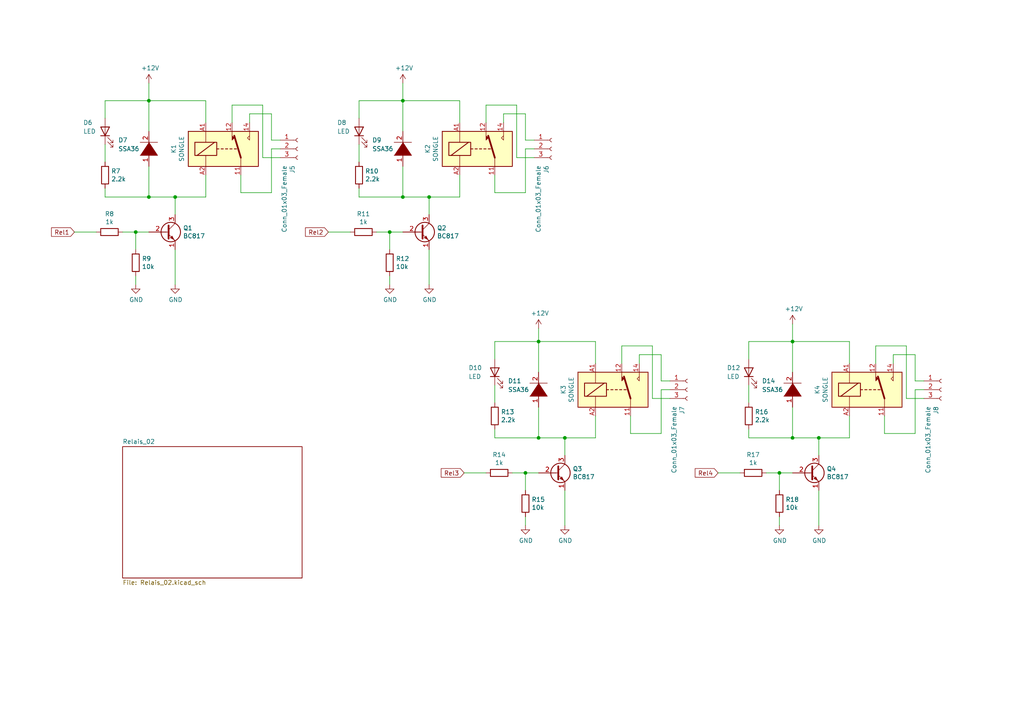
<source format=kicad_sch>
(kicad_sch (version 20211123) (generator eeschema)
  (paper "A4")
  (lib_symbols
    (symbol "Connector:Conn_01x03_Female" (pin_names (offset 1.016) hide)
      (property "Reference" "J" (at 0 5.08 0))
      (property "Value" "Conn_01x03_Female" (at 0 -5.08 0))
      (symbol "Conn_01x03_Female_1_1"
        (arc (start 0 -2.032) (mid -0.508 -2.54) (end 0 -3.048) (stroke (width 0.1524)))
        (polyline (pts (xy -1.27 -2.54) (xy -0.508 -2.54)) (stroke (width 0.1524)))
        (polyline (pts (xy -1.27 0) (xy -0.508 0)) (stroke (width 0.1524)))
        (polyline (pts (xy -1.27 2.54) (xy -0.508 2.54)) (stroke (width 0.1524)))
        (arc (start 0 0.508) (mid -0.508 0) (end 0 -0.508) (stroke (width 0.1524)))
        (arc (start 0 3.048) (mid -0.508 2.54) (end 0 2.032) (stroke (width 0.1524)))
        (pin passive line (at -5.08 2.54 0) (length 3.81) (name "Pin_1") (number "1"))
        (pin passive line (at -5.08 0 0) (length 3.81) (name "Pin_2") (number "2"))
        (pin passive line (at -5.08 -2.54 0) (length 3.81) (name "Pin_3") (number "3"))
      )
    )
    (symbol "Device:LED" (pin_numbers hide) (pin_names (offset 1.016) hide)
      (property "Reference" "D" (at 0 2.54 0))
      (property "Value" "LED" (at 0 -2.54 0))
      (symbol "LED_0_1"
        (polyline (pts (xy -1.27 -1.27) (xy -1.27 1.27)) (stroke (width 0.254)))
        (polyline (pts (xy -1.27 0) (xy 1.27 0)))
        (polyline (pts (xy 1.27 -1.27) (xy 1.27 1.27) (xy -1.27 0) (xy 1.27 -1.27)) (stroke (width 0.254)))
        (polyline (pts (xy -3.048 -0.762) (xy -4.572 -2.286) (xy -3.81 -2.286) (xy -4.572 -2.286) (xy -4.572 -1.524)))
        (polyline (pts (xy -1.778 -0.762) (xy -3.302 -2.286) (xy -2.54 -2.286) (xy -3.302 -2.286) (xy -3.302 -1.524)))
      )
      (symbol "LED_1_1"
        (pin passive line (at -3.81 0 0) (length 2.54) (name "K") (number "1"))
        (pin passive line (at 3.81 0 180) (length 2.54) (name "A") (number "2"))
      )
    )
    (symbol "Device:R" (pin_numbers hide) (pin_names (offset 0))
      (property "Reference" "R" (at 2.032 0 90))
      (property "Value" "R" (at 0 0 90))
      (symbol "R_0_1"
        (rectangle (start -1.016 -2.54) (end 1.016 2.54) (stroke (width 0.254)))
      )
      (symbol "R_1_1"
        (pin passive line (at 0 3.81 270) (length 1.27) (name "~") (number "1"))
        (pin passive line (at 0 -3.81 90) (length 1.27) (name "~") (number "2"))
      )
    )
    (symbol "Relay:FINDER-40.11"
      (property "Reference" "K" (at 11.43 3.81 0))
      (property "Value" "FINDER-40.11" (at 11.43 1.27 0))
      (symbol "FINDER-40.11_0_0"
        (polyline (pts (xy 7.62 5.08) (xy 7.62 2.54) (xy 6.985 3.175) (xy 7.62 3.81)))
      )
      (symbol "FINDER-40.11_0_1"
        (rectangle (start -10.16 5.08) (end 10.16 -5.08) (stroke (width 0.254)) (fill (type background)))
        (rectangle (start -8.255 1.905) (end -1.905 -1.905) (stroke (width 0.254)))
        (polyline (pts (xy -7.62 -1.905) (xy -2.54 1.905)) (stroke (width 0.254)))
        (polyline (pts (xy -5.08 -5.08) (xy -5.08 -1.905)))
        (polyline (pts (xy -5.08 5.08) (xy -5.08 1.905)))
        (polyline (pts (xy -1.905 0) (xy -1.27 0)) (stroke (width 0.254)))
        (polyline (pts (xy -0.635 0) (xy 0 0)) (stroke (width 0.254)))
        (polyline (pts (xy 0.635 0) (xy 1.27 0)) (stroke (width 0.254)))
        (polyline (pts (xy 1.905 0) (xy 2.54 0)) (stroke (width 0.254)))
        (polyline (pts (xy 3.175 0) (xy 3.81 0)) (stroke (width 0.254)))
        (polyline (pts (xy 5.08 -2.54) (xy 3.175 3.81)) (stroke (width 0.508)))
        (polyline (pts (xy 5.08 -2.54) (xy 5.08 -5.08)))
        (polyline (pts (xy 2.54 5.08) (xy 2.54 2.54) (xy 3.175 3.175) (xy 2.54 3.81)) (fill (type outline)))
      )
      (symbol "FINDER-40.11_1_1"
        (pin passive line (at 5.08 -7.62 90) (length 2.54) (name "~") (number "11"))
        (pin passive line (at 2.54 7.62 270) (length 2.54) (name "~") (number "12"))
        (pin passive line (at 7.62 7.62 270) (length 2.54) (name "~") (number "14"))
        (pin passive line (at -5.08 7.62 270) (length 2.54) (name "~") (number "A1"))
        (pin passive line (at -5.08 -7.62 90) (length 2.54) (name "~") (number "A2"))
      )
    )
    (symbol "Transistor_BJT:PN2222A" (pin_names (offset 0) hide)
      (property "Reference" "Q" (at 5.08 1.905 0))
      (property "Value" "PN2222A" (at 5.08 0 0))
      (symbol "PN2222A_0_1"
        (polyline (pts (xy 0 0) (xy 0.635 0)))
        (polyline (pts (xy 2.54 -2.54) (xy 0.635 -0.635)))
        (polyline (pts (xy 2.54 2.54) (xy 0.635 0.635)))
        (polyline (pts (xy 0.635 1.905) (xy 0.635 -1.905) (xy 0.635 -1.905)) (stroke (width 0.508)))
        (polyline (pts (xy 2.413 -2.413) (xy 1.905 -1.905) (xy 1.905 -1.905)))
        (polyline (pts (xy 1.143 -1.651) (xy 1.651 -1.143) (xy 2.159 -2.159) (xy 1.143 -1.651) (xy 1.143 -1.651)) (fill (type outline)))
        (circle (center 1.27 0) (radius 2.8194) (stroke (width 0.254)))
      )
      (symbol "PN2222A_1_1"
        (pin passive line (at 2.54 -5.08 90) (length 2.54) (name "E") (number "1"))
        (pin input line (at -5.08 0 0) (length 5.08) (name "B") (number "2"))
        (pin passive line (at 2.54 5.08 270) (length 2.54) (name "C") (number "3"))
      )
    )
    (symbol "power:+12V" (power) (pin_names (offset 0))
      (property "Value" "+12V" (at 0 3.556 0))
      (symbol "+12V_0_1"
        (polyline (pts (xy -0.762 1.27) (xy 0 2.54)))
        (polyline (pts (xy 0 0) (xy 0 2.54)))
        (polyline (pts (xy 0 2.54) (xy 0.762 1.27)))
      )
      (symbol "+12V_1_1"
        (pin power_in line (at 0 0 90) (length 0) hide (name "+12V") (number "1"))
      )
    )
    (symbol "power:GND" (power) (pin_names (offset 0))
      (property "Value" "GND" (at 0 -3.81 0))
      (symbol "GND_0_1"
        (polyline (pts (xy 0 0) (xy 0 -1.27) (xy 1.27 -1.27) (xy 0 -2.54) (xy -1.27 -1.27) (xy 0 -1.27)))
      )
      (symbol "GND_1_1"
        (pin power_in line (at 0 0 270) (length 0) hide (name "GND") (number "1"))
      )
    )
    (symbol "pspice:DIODE" (pin_names (offset 1.016) hide)
      (property "Reference" "D" (at 0 3.81 0))
      (property "Value" "DIODE" (at 0 -4.445 0))
      (symbol "DIODE_0_1"
        (polyline (pts (xy 1.905 2.54) (xy 1.905 -2.54)))
        (polyline (pts (xy -1.905 2.54) (xy -1.905 -2.54) (xy 1.905 0)) (fill (type outline)))
      )
      (symbol "DIODE_1_1"
        (pin input line (at -5.08 0 0) (length 3.81) (name "K") (number "1"))
        (pin input line (at 5.08 0 180) (length 3.81) (name "A") (number "2"))
      )
    )
  )
  (junction (at 237.49 127))
  (junction (at 163.83 127))
  (junction (at 229.87 99.06))
  (junction (at 226.06 137.16))
  (junction (at 229.87 127))
  (junction (at 156.21 127))
  (junction (at 152.4 137.16))
  (junction (at 116.84 57.15))
  (junction (at 113.03 67.31))
  (junction (at 43.18 29.21))
  (junction (at 156.21 99.06))
  (junction (at 116.84 29.21))
  (junction (at 124.46 57.15))
  (junction (at 50.8 57.15))
  (junction (at 39.37 67.31))
  (junction (at 43.18 57.15))
  (wire (pts (xy 69.85 55.88) (xy 78.74 55.88)))
  (wire (pts (xy 39.37 72.39) (xy 39.37 67.31)))
  (wire (pts (xy 109.22 67.31) (xy 113.03 67.31)))
  (wire (pts (xy 229.87 99.06) (xy 229.87 107.95)))
  (wire (pts (xy 229.87 93.98) (xy 229.87 99.06)))
  (wire (pts (xy 59.69 50.8) (xy 59.69 57.15)))
  (wire (pts (xy 133.35 35.56) (xy 133.35 29.21)))
  (wire (pts (xy 143.51 127) (xy 156.21 127)))
  (wire (pts (xy 189.23 100.33) (xy 180.34 100.33)))
  (wire (pts (xy 217.17 124.46) (xy 217.17 127)))
  (wire (pts (xy 152.4 149.86) (xy 152.4 152.4)))
  (wire (pts (xy 30.48 57.15) (xy 43.18 57.15)))
  (wire (pts (xy 95.25 67.31) (xy 101.6 67.31)))
  (wire (pts (xy 156.21 127) (xy 163.83 127)))
  (wire (pts (xy 185.42 102.87) (xy 185.42 105.41)))
  (wire (pts (xy 222.25 137.16) (xy 226.06 137.16)))
  (wire (pts (xy 43.18 29.21) (xy 59.69 29.21)))
  (wire (pts (xy 30.48 54.61) (xy 30.48 57.15)))
  (wire (pts (xy 148.59 137.16) (xy 152.4 137.16)))
  (wire (pts (xy 152.4 137.16) (xy 156.21 137.16)))
  (wire (pts (xy 265.43 102.87) (xy 265.43 110.49)))
  (wire (pts (xy 104.14 29.21) (xy 116.84 29.21)))
  (wire (pts (xy 30.48 41.91) (xy 30.48 46.99)))
  (wire (pts (xy 59.69 35.56) (xy 59.69 29.21)))
  (wire (pts (xy 113.03 67.31) (xy 116.84 67.31)))
  (wire (pts (xy 191.77 125.73) (xy 191.77 113.03)))
  (wire (pts (xy 143.51 124.46) (xy 143.51 127)))
  (wire (pts (xy 194.31 115.57) (xy 189.23 115.57)))
  (wire (pts (xy 78.74 33.02) (xy 72.39 33.02)))
  (wire (pts (xy 194.31 110.49) (xy 191.77 110.49)))
  (wire (pts (xy 254 100.33) (xy 254 105.41)))
  (wire (pts (xy 237.49 142.24) (xy 237.49 152.4)))
  (wire (pts (xy 116.84 57.15) (xy 116.84 48.26)))
  (wire (pts (xy 81.28 40.64) (xy 78.74 40.64)))
  (wire (pts (xy 39.37 80.01) (xy 39.37 82.55)))
  (wire (pts (xy 262.89 115.57) (xy 262.89 100.33)))
  (wire (pts (xy 134.62 137.16) (xy 140.97 137.16)))
  (wire (pts (xy 104.14 41.91) (xy 104.14 46.99)))
  (wire (pts (xy 124.46 72.39) (xy 124.46 82.55)))
  (wire (pts (xy 72.39 33.02) (xy 72.39 35.56)))
  (wire (pts (xy 67.31 30.48) (xy 67.31 35.56)))
  (wire (pts (xy 229.87 99.06) (xy 246.38 99.06)))
  (wire (pts (xy 191.77 102.87) (xy 185.42 102.87)))
  (wire (pts (xy 124.46 62.23) (xy 124.46 57.15)))
  (wire (pts (xy 69.85 50.8) (xy 69.85 55.88)))
  (wire (pts (xy 116.84 24.13) (xy 116.84 29.21)))
  (wire (pts (xy 172.72 105.41) (xy 172.72 99.06)))
  (wire (pts (xy 113.03 80.01) (xy 113.03 82.55)))
  (wire (pts (xy 152.4 142.24) (xy 152.4 137.16)))
  (wire (pts (xy 152.4 43.18) (xy 154.94 43.18)))
  (wire (pts (xy 191.77 102.87) (xy 191.77 110.49)))
  (wire (pts (xy 78.74 55.88) (xy 78.74 43.18)))
  (wire (pts (xy 149.86 45.72) (xy 149.86 30.48)))
  (wire (pts (xy 156.21 99.06) (xy 172.72 99.06)))
  (wire (pts (xy 217.17 127) (xy 229.87 127)))
  (wire (pts (xy 180.34 100.33) (xy 180.34 105.41)))
  (wire (pts (xy 163.83 132.08) (xy 163.83 127)))
  (wire (pts (xy 156.21 99.06) (xy 156.21 107.95)))
  (wire (pts (xy 208.28 137.16) (xy 214.63 137.16)))
  (wire (pts (xy 143.51 111.76) (xy 143.51 116.84)))
  (wire (pts (xy 229.87 127) (xy 237.49 127)))
  (wire (pts (xy 133.35 57.15) (xy 124.46 57.15)))
  (wire (pts (xy 217.17 99.06) (xy 229.87 99.06)))
  (wire (pts (xy 152.4 33.02) (xy 152.4 40.64)))
  (wire (pts (xy 154.94 45.72) (xy 149.86 45.72)))
  (wire (pts (xy 152.4 55.88) (xy 152.4 43.18)))
  (wire (pts (xy 172.72 127) (xy 163.83 127)))
  (wire (pts (xy 116.84 29.21) (xy 116.84 38.1)))
  (wire (pts (xy 267.97 115.57) (xy 262.89 115.57)))
  (wire (pts (xy 256.54 120.65) (xy 256.54 125.73)))
  (wire (pts (xy 43.18 29.21) (xy 43.18 38.1)))
  (wire (pts (xy 35.56 67.31) (xy 39.37 67.31)))
  (wire (pts (xy 104.14 57.15) (xy 116.84 57.15)))
  (wire (pts (xy 30.48 29.21) (xy 43.18 29.21)))
  (wire (pts (xy 154.94 40.64) (xy 152.4 40.64)))
  (wire (pts (xy 21.59 67.31) (xy 27.94 67.31)))
  (wire (pts (xy 265.43 113.03) (xy 267.97 113.03)))
  (wire (pts (xy 39.37 67.31) (xy 43.18 67.31)))
  (wire (pts (xy 113.03 72.39) (xy 113.03 67.31)))
  (wire (pts (xy 226.06 142.24) (xy 226.06 137.16)))
  (wire (pts (xy 163.83 142.24) (xy 163.83 152.4)))
  (wire (pts (xy 146.05 33.02) (xy 146.05 35.56)))
  (wire (pts (xy 116.84 57.15) (xy 124.46 57.15)))
  (wire (pts (xy 104.14 34.29) (xy 104.14 29.21)))
  (wire (pts (xy 172.72 120.65) (xy 172.72 127)))
  (wire (pts (xy 116.84 29.21) (xy 133.35 29.21)))
  (wire (pts (xy 143.51 99.06) (xy 156.21 99.06)))
  (wire (pts (xy 246.38 120.65) (xy 246.38 127)))
  (wire (pts (xy 246.38 127) (xy 237.49 127)))
  (wire (pts (xy 104.14 54.61) (xy 104.14 57.15)))
  (wire (pts (xy 267.97 110.49) (xy 265.43 110.49)))
  (wire (pts (xy 30.48 34.29) (xy 30.48 29.21)))
  (wire (pts (xy 50.8 62.23) (xy 50.8 57.15)))
  (wire (pts (xy 152.4 33.02) (xy 146.05 33.02)))
  (wire (pts (xy 265.43 125.73) (xy 265.43 113.03)))
  (wire (pts (xy 140.97 30.48) (xy 140.97 35.56)))
  (wire (pts (xy 143.51 50.8) (xy 143.51 55.88)))
  (wire (pts (xy 237.49 132.08) (xy 237.49 127)))
  (wire (pts (xy 217.17 111.76) (xy 217.17 116.84)))
  (wire (pts (xy 76.2 45.72) (xy 76.2 30.48)))
  (wire (pts (xy 259.08 102.87) (xy 259.08 105.41)))
  (wire (pts (xy 262.89 100.33) (xy 254 100.33)))
  (wire (pts (xy 81.28 45.72) (xy 76.2 45.72)))
  (wire (pts (xy 182.88 120.65) (xy 182.88 125.73)))
  (wire (pts (xy 43.18 24.13) (xy 43.18 29.21)))
  (wire (pts (xy 59.69 57.15) (xy 50.8 57.15)))
  (wire (pts (xy 189.23 115.57) (xy 189.23 100.33)))
  (wire (pts (xy 78.74 33.02) (xy 78.74 40.64)))
  (wire (pts (xy 78.74 43.18) (xy 81.28 43.18)))
  (wire (pts (xy 246.38 105.41) (xy 246.38 99.06)))
  (wire (pts (xy 143.51 104.14) (xy 143.51 99.06)))
  (wire (pts (xy 226.06 137.16) (xy 229.87 137.16)))
  (wire (pts (xy 229.87 127) (xy 229.87 118.11)))
  (wire (pts (xy 76.2 30.48) (xy 67.31 30.48)))
  (wire (pts (xy 217.17 104.14) (xy 217.17 99.06)))
  (wire (pts (xy 256.54 125.73) (xy 265.43 125.73)))
  (wire (pts (xy 133.35 50.8) (xy 133.35 57.15)))
  (wire (pts (xy 50.8 72.39) (xy 50.8 82.55)))
  (wire (pts (xy 156.21 95.25) (xy 156.21 99.06)))
  (wire (pts (xy 43.18 57.15) (xy 50.8 57.15)))
  (wire (pts (xy 182.88 125.73) (xy 191.77 125.73)))
  (wire (pts (xy 265.43 102.87) (xy 259.08 102.87)))
  (wire (pts (xy 156.21 127) (xy 156.21 118.11)))
  (wire (pts (xy 143.51 55.88) (xy 152.4 55.88)))
  (wire (pts (xy 43.18 57.15) (xy 43.18 48.26)))
  (wire (pts (xy 149.86 30.48) (xy 140.97 30.48)))
  (wire (pts (xy 226.06 149.86) (xy 226.06 152.4)))
  (wire (pts (xy 191.77 113.03) (xy 194.31 113.03)))
  (global_label "Rel2" (shape input) (at 95.25 67.31 180) (property "Intersheet References" "${INTERSHEET_REFS}" (effects hide)))
  (global_label "Rel3" (shape input) (at 134.62 137.16 180) (property "Intersheet References" "${INTERSHEET_REFS}" (effects hide)))
  (global_label "Rel1" (shape input) (at 21.59 67.31 180) (property "Intersheet References" "${INTERSHEET_REFS}" (effects hide)))
  (global_label "Rel4" (shape input) (at 208.28 137.16 180) (property "Intersheet References" "${INTERSHEET_REFS}" (effects hide)))
  (symbol (lib_id "Relay:FINDER-40.11") (at 64.77 43.18 0) (unit 1)
    (property "Reference" "K1" (at 50.3682 43.18 90))
    (property "Value" "SONGLE" (at 52.6796 43.18 90))
    (property "Footprint" "relays_perso:Relay_SRD_Series_Form_C" (effects hide))
    (property "Datasheet" "https://www.finder-relais.net/de/finder-relais-serie-40.pdf" (effects hide))
  )
  (symbol (lib_id "pspice:DIODE") (at 43.18 43.18 90) (unit 1)
    (property "Reference" "D7" (at 34.29 40.64 90) (effects (justify right)))
    (property "Value" "SSA36" (at 34.29 43.18 90) (effects (justify right)))
    (property "Footprint" "diodes_perso:D_SMB_SSA36-Handsoldering" (effects hide))
  )
  (symbol (lib_id "Transistor_BJT:PN2222A") (at 48.26 67.31 0) (unit 1)
    (property "Reference" "Q1" (at 53.086 66.1416 0) (effects (justify left)))
    (property "Value" "BC817" (at 53.086 68.453 0) (effects (justify left)))
    (property "Footprint" "packages_SO_perso:SOT-23.-BC817kicad_mod" (effects hide))
    (property "Datasheet" "https://www.onsemi.com/pub/Collateral/PN2222-D.PDF" (effects hide))
  )
  (symbol (lib_id "power:GND") (at 50.8 82.55 0) (unit 1)
    (property "Reference" "#PWR029" (effects hide))
    (property "Value" "GND" (at 50.927 86.9442 0))
  )
  (symbol (lib_id "Device:R") (at 31.75 67.31 270) (unit 1)
    (property "Reference" "R8" (at 31.75 62.0522 90))
    (property "Value" "1k" (at 31.75 64.3636 90))
    (property "Footprint" "Resistor_SMD:R_0805_2012Metric_Pad1.20x1.40mm_HandSolder" (effects hide))
  )
  (symbol (lib_id "Device:R") (at 39.37 76.2 180) (unit 1)
    (property "Reference" "R9" (at 41.148 75.0316 0) (effects (justify right)))
    (property "Value" "10k" (at 41.148 77.343 0) (effects (justify right)))
    (property "Footprint" "Resistor_SMD:R_0805_2012Metric_Pad1.20x1.40mm_HandSolder" (effects hide))
  )
  (symbol (lib_id "power:GND") (at 39.37 82.55 0) (unit 1)
    (property "Reference" "#PWR027" (effects hide))
    (property "Value" "GND" (at 39.497 86.9442 0))
  )
  (symbol (lib_id "Connector:Conn_01x03_Female") (at 86.36 43.18 0) (unit 1)
    (property "Reference" "J5" (at 84.7852 47.9552 90) (effects (justify right)))
    (property "Value" "Conn_01x03_Female" (at 82.4738 47.9552 90) (effects (justify right)))
    (property "Footprint" "connectors:conn-3pts-P5mm" (effects hide))
  )
  (symbol (lib_id "Device:LED") (at 30.48 38.1 90) (unit 1)
    (property "Reference" "D6" (at 24.13 35.56 90) (effects (justify right)))
    (property "Value" "LED" (at 24.13 38.1 90) (effects (justify right)))
    (property "Footprint" "Diode_SMD:D_0805_2012Metric_Pad1.15x1.40mm_HandSolder" (effects hide))
  )
  (symbol (lib_id "Device:R") (at 30.48 50.8 0) (unit 1)
    (property "Reference" "R7" (at 32.258 49.6316 0) (effects (justify left)))
    (property "Value" "2.2k" (at 32.258 51.943 0) (effects (justify left)))
    (property "Footprint" "Resistor_SMD:R_0805_2012Metric_Pad1.20x1.40mm_HandSolder" (effects hide))
  )
  (symbol (lib_id "pspice:DIODE") (at 116.84 43.18 90) (unit 1)
    (property "Reference" "D9" (at 107.95 40.64 90) (effects (justify right)))
    (property "Value" "SSA36" (at 107.95 43.18 90) (effects (justify right)))
    (property "Footprint" "diodes_perso:D_SMB_SSA36-Handsoldering" (effects hide))
  )
  (symbol (lib_id "Transistor_BJT:PN2222A") (at 121.92 67.31 0) (unit 1)
    (property "Reference" "Q2" (at 126.746 66.1416 0) (effects (justify left)))
    (property "Value" "BC817" (at 126.746 68.453 0) (effects (justify left)))
    (property "Footprint" "packages_SO_perso:SOT-23.-BC817kicad_mod" (effects hide))
    (property "Datasheet" "https://www.onsemi.com/pub/Collateral/PN2222-D.PDF" (effects hide))
  )
  (symbol (lib_id "power:GND") (at 124.46 82.55 0) (unit 1)
    (property "Reference" "#PWR032" (effects hide))
    (property "Value" "GND" (at 124.587 86.9442 0))
  )
  (symbol (lib_id "Device:R") (at 105.41 67.31 270) (unit 1)
    (property "Reference" "R11" (at 105.41 62.0522 90))
    (property "Value" "1k" (at 105.41 64.3636 90))
    (property "Footprint" "Resistor_SMD:R_0805_2012Metric_Pad1.20x1.40mm_HandSolder" (effects hide))
  )
  (symbol (lib_id "Device:R") (at 113.03 76.2 180) (unit 1)
    (property "Reference" "R12" (at 114.808 75.0316 0) (effects (justify right)))
    (property "Value" "10k" (at 114.808 77.343 0) (effects (justify right)))
    (property "Footprint" "Resistor_SMD:R_0805_2012Metric_Pad1.20x1.40mm_HandSolder" (effects hide))
  )
  (symbol (lib_id "power:GND") (at 113.03 82.55 0) (unit 1)
    (property "Reference" "#PWR030" (effects hide))
    (property "Value" "GND" (at 113.157 86.9442 0))
  )
  (symbol (lib_id "Connector:Conn_01x03_Female") (at 160.02 43.18 0) (unit 1)
    (property "Reference" "J6" (at 158.4452 47.9552 90) (effects (justify right)))
    (property "Value" "Conn_01x03_Female" (at 156.1338 47.9552 90) (effects (justify right)))
    (property "Footprint" "connectors:conn-3pts-P5mm" (effects hide))
  )
  (symbol (lib_id "Device:LED") (at 104.14 38.1 90) (unit 1)
    (property "Reference" "D8" (at 97.79 35.56 90) (effects (justify right)))
    (property "Value" "LED" (at 97.79 38.1 90) (effects (justify right)))
    (property "Footprint" "Diode_SMD:D_0805_2012Metric_Pad1.15x1.40mm_HandSolder" (effects hide))
  )
  (symbol (lib_id "Relay:FINDER-40.11") (at 138.43 43.18 0) (unit 1)
    (property "Reference" "K2" (at 124.0282 43.18 90))
    (property "Value" "SONGLE" (at 126.3396 43.18 90))
    (property "Footprint" "relays_perso:Relay_SRD_Series_Form_C" (effects hide))
    (property "Datasheet" "https://www.finder-relais.net/de/finder-relais-serie-40.pdf" (effects hide))
  )
  (symbol (lib_id "Device:R") (at 104.14 50.8 0) (unit 1)
    (property "Reference" "R10" (at 105.918 49.6316 0) (effects (justify left)))
    (property "Value" "2.2k" (at 105.918 51.943 0) (effects (justify left)))
    (property "Footprint" "Resistor_SMD:R_0805_2012Metric_Pad1.20x1.40mm_HandSolder" (effects hide))
  )
  (symbol (lib_id "pspice:DIODE") (at 156.21 113.03 90) (unit 1)
    (property "Reference" "D11" (at 147.32 110.49 90) (effects (justify right)))
    (property "Value" "SSA36" (at 147.32 113.03 90) (effects (justify right)))
    (property "Footprint" "diodes_perso:D_SMB_SSA36-Handsoldering" (effects hide))
  )
  (symbol (lib_id "Transistor_BJT:PN2222A") (at 161.29 137.16 0) (unit 1)
    (property "Reference" "Q3" (at 166.116 135.9916 0) (effects (justify left)))
    (property "Value" "BC817" (at 166.116 138.303 0) (effects (justify left)))
    (property "Footprint" "packages_SO_perso:SOT-23.-BC817kicad_mod" (effects hide))
    (property "Datasheet" "https://www.onsemi.com/pub/Collateral/PN2222-D.PDF" (effects hide))
  )
  (symbol (lib_id "power:GND") (at 163.83 152.4 0) (unit 1)
    (property "Reference" "#PWR035" (effects hide))
    (property "Value" "GND" (at 163.957 156.7942 0))
  )
  (symbol (lib_id "Device:R") (at 144.78 137.16 270) (unit 1)
    (property "Reference" "R14" (at 144.78 131.9022 90))
    (property "Value" "1k" (at 144.78 134.2136 90))
    (property "Footprint" "Resistor_SMD:R_0805_2012Metric_Pad1.20x1.40mm_HandSolder" (effects hide))
  )
  (symbol (lib_id "Device:R") (at 152.4 146.05 180) (unit 1)
    (property "Reference" "R15" (at 154.178 144.8816 0) (effects (justify right)))
    (property "Value" "10k" (at 154.178 147.193 0) (effects (justify right)))
    (property "Footprint" "Resistor_SMD:R_0805_2012Metric_Pad1.20x1.40mm_HandSolder" (effects hide))
  )
  (symbol (lib_id "power:GND") (at 152.4 152.4 0) (unit 1)
    (property "Reference" "#PWR033" (effects hide))
    (property "Value" "GND" (at 152.527 156.7942 0))
  )
  (symbol (lib_id "Connector:Conn_01x03_Female") (at 199.39 113.03 0) (unit 1)
    (property "Reference" "J7" (at 197.8152 117.8052 90) (effects (justify right)))
    (property "Value" "Conn_01x03_Female" (at 195.5038 117.8052 90) (effects (justify right)))
    (property "Footprint" "connectors:conn-3pts-P5mm" (effects hide))
  )
  (symbol (lib_id "Device:LED") (at 143.51 107.95 90) (unit 1)
    (property "Reference" "D10" (at 135.89 106.68 90) (effects (justify right)))
    (property "Value" "LED" (at 135.89 109.22 90) (effects (justify right)))
    (property "Footprint" "Diode_SMD:D_0805_2012Metric_Pad1.15x1.40mm_HandSolder" (effects hide))
  )
  (symbol (lib_id "Relay:FINDER-40.11") (at 177.8 113.03 0) (unit 1)
    (property "Reference" "K3" (at 163.3982 113.03 90))
    (property "Value" "SONGLE" (at 165.7096 113.03 90))
    (property "Footprint" "relays_perso:Relay_SRD_Series_Form_C" (effects hide))
    (property "Datasheet" "https://www.finder-relais.net/de/finder-relais-serie-40.pdf" (effects hide))
  )
  (symbol (lib_id "Device:R") (at 143.51 120.65 0) (unit 1)
    (property "Reference" "R13" (at 145.288 119.4816 0) (effects (justify left)))
    (property "Value" "2.2k" (at 145.288 121.793 0) (effects (justify left)))
    (property "Footprint" "Resistor_SMD:R_0805_2012Metric_Pad1.20x1.40mm_HandSolder" (effects hide))
  )
  (symbol (lib_id "pspice:DIODE") (at 229.87 113.03 90) (unit 1)
    (property "Reference" "D14" (at 220.98 110.49 90) (effects (justify right)))
    (property "Value" "SSA36" (at 220.98 113.03 90) (effects (justify right)))
    (property "Footprint" "Diode_SMD:D_SMB_Handsoldering" (effects hide))
  )
  (symbol (lib_id "Transistor_BJT:PN2222A") (at 234.95 137.16 0) (unit 1)
    (property "Reference" "Q4" (at 239.776 135.9916 0) (effects (justify left)))
    (property "Value" "BC817" (at 239.776 138.303 0) (effects (justify left)))
    (property "Footprint" "packages_SO_perso:SOT-23.-BC817kicad_mod" (effects hide))
    (property "Datasheet" "https://www.onsemi.com/pub/Collateral/PN2222-D.PDF" (effects hide))
  )
  (symbol (lib_id "power:GND") (at 237.49 152.4 0) (unit 1)
    (property "Reference" "#PWR038" (effects hide))
    (property "Value" "GND" (at 237.617 156.7942 0))
  )
  (symbol (lib_id "Device:R") (at 218.44 137.16 270) (unit 1)
    (property "Reference" "R17" (at 218.44 131.9022 90))
    (property "Value" "1k" (at 218.44 134.2136 90))
    (property "Footprint" "Resistor_SMD:R_0805_2012Metric_Pad1.20x1.40mm_HandSolder" (effects hide))
  )
  (symbol (lib_id "Device:R") (at 226.06 146.05 180) (unit 1)
    (property "Reference" "R18" (at 227.838 144.8816 0) (effects (justify right)))
    (property "Value" "10k" (at 227.838 147.193 0) (effects (justify right)))
    (property "Footprint" "Resistor_SMD:R_0805_2012Metric_Pad1.20x1.40mm_HandSolder" (effects hide))
  )
  (symbol (lib_id "power:GND") (at 226.06 152.4 0) (unit 1)
    (property "Reference" "#PWR036" (effects hide))
    (property "Value" "GND" (at 226.187 156.7942 0))
  )
  (symbol (lib_id "Connector:Conn_01x03_Female") (at 273.05 113.03 0) (unit 1)
    (property "Reference" "J8" (at 271.4752 117.8052 90) (effects (justify right)))
    (property "Value" "Conn_01x03_Female" (at 269.1638 117.8052 90) (effects (justify right)))
    (property "Footprint" "connectors:conn-3pts-P5mm" (effects hide))
  )
  (symbol (lib_id "Device:LED") (at 217.17 107.95 90) (unit 1)
    (property "Reference" "D12" (at 210.82 106.68 90) (effects (justify right)))
    (property "Value" "LED" (at 210.82 109.22 90) (effects (justify right)))
    (property "Footprint" "Diode_SMD:D_0805_2012Metric_Pad1.15x1.40mm_HandSolder" (effects hide))
  )
  (symbol (lib_id "Relay:FINDER-40.11") (at 251.46 113.03 0) (unit 1)
    (property "Reference" "K4" (at 237.0582 113.03 90))
    (property "Value" "SONGLE" (at 239.3696 113.03 90))
    (property "Footprint" "relays_perso:Relay_SRD_Series_Form_C" (effects hide))
    (property "Datasheet" "https://www.finder-relais.net/de/finder-relais-serie-40.pdf" (effects hide))
  )
  (symbol (lib_id "power:+12V") (at 43.18 24.13 0) (unit 1)
    (property "Reference" "#PWR028" (effects hide))
    (property "Value" "+12V" (at 43.561 19.7358 0))
  )
  (symbol (lib_id "power:+12V") (at 116.84 24.13 0) (unit 1)
    (property "Reference" "#PWR031" (effects hide))
    (property "Value" "+12V" (at 117.221 19.7358 0))
  )
  (symbol (lib_id "power:+12V") (at 156.21 95.25 0) (unit 1)
    (property "Reference" "#PWR034" (effects hide))
    (property "Value" "+12V" (at 156.591 90.8558 0))
  )
  (symbol (lib_id "power:+12V") (at 229.87 93.98 0) (unit 1)
    (property "Reference" "#PWR037" (effects hide))
    (property "Value" "+12V" (at 230.251 89.5858 0))
  )
  (symbol (lib_id "Device:R") (at 217.17 120.65 0) (unit 1)
    (property "Reference" "R16" (at 218.948 119.4816 0) (effects (justify left)))
    (property "Value" "2.2k" (at 218.948 121.793 0) (effects (justify left)))
    (property "Footprint" "Resistor_SMD:R_0805_2012Metric_Pad1.20x1.40mm_HandSolder" (effects hide))
  )
  (sheet (at 35.56 129.54) (size 52.07 38.1)
    (property "Sheet name" "Relais_02" (at 35.56 128.8284 0) (effects (justify left bottom)))
    (property "Sheet file" "Relais_02.kicad_sch" (at 35.56 168.2246 0) (effects (justify left top)))
  )
)
</source>
